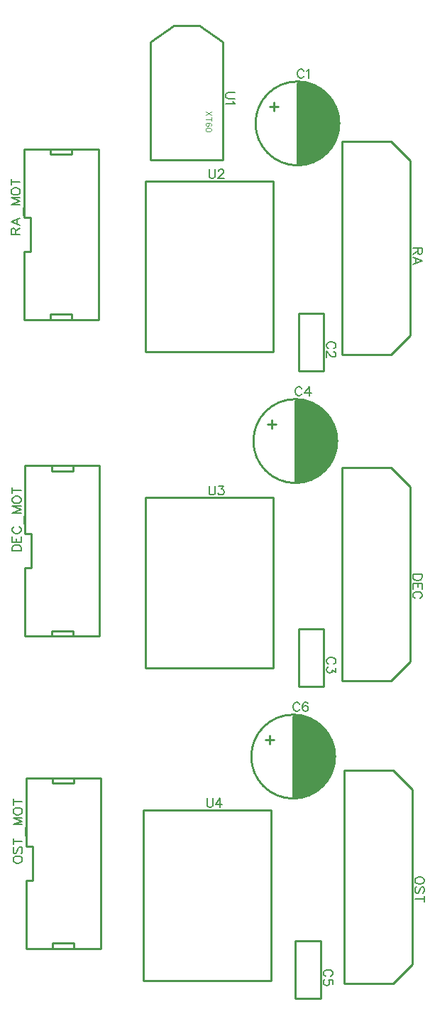
<source format=gto>
G04 Layer: TopSilkscreenLayer*
G04 EasyEDA v6.5.5, 2022-06-01 21:54:51*
G04 4b561e4e07bb45b19b9d071735fb3a1a,c96cdaf6a0e44fa3bb1e134f2b5c86cb,10*
G04 Gerber Generator version 0.2*
G04 Scale: 100 percent, Rotated: No, Reflected: No *
G04 Dimensions in millimeters *
G04 leading zeros omitted , absolute positions ,4 integer and 5 decimal *
%FSLAX45Y45*%
%MOMM*%

%ADD10C,0.2540*%
%ADD22C,0.1524*%
%ADD23C,0.1000*%

%LPD*%
D22*
X5474208Y8056371D02*
G01*
X5484622Y8061705D01*
X5495036Y8072120D01*
X5500115Y8082279D01*
X5500115Y8103108D01*
X5495036Y8113521D01*
X5484622Y8123936D01*
X5474208Y8129270D01*
X5458459Y8134350D01*
X5432552Y8134350D01*
X5417058Y8129270D01*
X5406643Y8123936D01*
X5396229Y8113521D01*
X5391150Y8103108D01*
X5391150Y8082279D01*
X5396229Y8072120D01*
X5406643Y8061705D01*
X5417058Y8056371D01*
X5474208Y8017002D02*
G01*
X5479288Y8017002D01*
X5489702Y8011668D01*
X5495036Y8006587D01*
X5500115Y7996173D01*
X5500115Y7975345D01*
X5495036Y7964931D01*
X5489702Y7959852D01*
X5479288Y7954518D01*
X5468874Y7954518D01*
X5458459Y7959852D01*
X5442965Y7970265D01*
X5391150Y8022081D01*
X5391150Y7949437D01*
X5474208Y4297171D02*
G01*
X5484622Y4302505D01*
X5495036Y4312920D01*
X5500115Y4323079D01*
X5500115Y4343907D01*
X5495036Y4354321D01*
X5484622Y4364736D01*
X5474208Y4370070D01*
X5458459Y4375150D01*
X5432552Y4375150D01*
X5417058Y4370070D01*
X5406643Y4364736D01*
X5396229Y4354321D01*
X5391150Y4343907D01*
X5391150Y4323079D01*
X5396229Y4312920D01*
X5406643Y4302505D01*
X5417058Y4297171D01*
X5500115Y4252468D02*
G01*
X5500115Y4195318D01*
X5458459Y4226560D01*
X5458459Y4211065D01*
X5453379Y4200652D01*
X5448300Y4195318D01*
X5432552Y4190237D01*
X5422138Y4190237D01*
X5406643Y4195318D01*
X5396229Y4205731D01*
X5391150Y4221479D01*
X5391150Y4236973D01*
X5396229Y4252468D01*
X5401309Y4257802D01*
X5411724Y4262881D01*
X5436108Y576071D02*
G01*
X5446522Y581405D01*
X5456936Y591820D01*
X5462015Y601979D01*
X5462015Y622807D01*
X5456936Y633221D01*
X5446522Y643636D01*
X5436108Y648970D01*
X5420359Y654050D01*
X5394452Y654050D01*
X5378958Y648970D01*
X5368543Y643636D01*
X5358129Y633221D01*
X5353050Y622807D01*
X5353050Y601979D01*
X5358129Y591820D01*
X5368543Y581405D01*
X5378958Y576071D01*
X5462015Y479552D02*
G01*
X5462015Y531368D01*
X5415279Y536702D01*
X5420359Y531368D01*
X5425693Y515873D01*
X5425693Y500379D01*
X5420359Y484631D01*
X5410200Y474218D01*
X5394452Y469137D01*
X5384038Y469137D01*
X5368543Y474218D01*
X5358129Y484631D01*
X5353050Y500379D01*
X5353050Y515873D01*
X5358129Y531368D01*
X5363209Y536702D01*
X5373624Y541781D01*
X4293615Y11106150D02*
G01*
X4215638Y11106150D01*
X4200143Y11101070D01*
X4189729Y11090655D01*
X4184650Y11074908D01*
X4184650Y11064494D01*
X4189729Y11049000D01*
X4200143Y11038586D01*
X4215638Y11033505D01*
X4293615Y11033505D01*
X4272788Y10999215D02*
G01*
X4278122Y10988802D01*
X4293615Y10973054D01*
X4184650Y10973054D01*
D23*
X4013200Y10877550D02*
G01*
X3946397Y10833100D01*
X4013200Y10833100D02*
G01*
X3946397Y10877550D01*
X4013200Y10789665D02*
G01*
X3946397Y10789665D01*
X4013200Y10812018D02*
G01*
X4013200Y10767568D01*
X4003802Y10708386D02*
G01*
X4010152Y10711434D01*
X4013200Y10721086D01*
X4013200Y10727436D01*
X4010152Y10736834D01*
X4000500Y10743184D01*
X3984752Y10746486D01*
X3968750Y10746486D01*
X3956050Y10743184D01*
X3949700Y10736834D01*
X3946397Y10727436D01*
X3946397Y10724134D01*
X3949700Y10714736D01*
X3956050Y10708386D01*
X3965447Y10705084D01*
X3968750Y10705084D01*
X3978402Y10708386D01*
X3984752Y10714736D01*
X3987800Y10724134D01*
X3987800Y10727436D01*
X3984752Y10736834D01*
X3978402Y10743184D01*
X3968750Y10746486D01*
X4013200Y10664952D02*
G01*
X4010152Y10674604D01*
X4000500Y10680954D01*
X3984752Y10684002D01*
X3975100Y10684002D01*
X3959097Y10680954D01*
X3949700Y10674604D01*
X3946397Y10664952D01*
X3946397Y10658602D01*
X3949700Y10649204D01*
X3959097Y10642854D01*
X3975100Y10639552D01*
X3984752Y10639552D01*
X4000500Y10642854D01*
X4010152Y10649204D01*
X4013200Y10658602D01*
X4013200Y10664952D01*
D22*
X1624584Y9417050D02*
G01*
X1733550Y9417050D01*
X1624584Y9417050D02*
G01*
X1624584Y9463786D01*
X1629663Y9479279D01*
X1634997Y9484613D01*
X1645412Y9489694D01*
X1655826Y9489694D01*
X1666239Y9484613D01*
X1671320Y9479279D01*
X1676400Y9463786D01*
X1676400Y9417050D01*
X1676400Y9453371D02*
G01*
X1733550Y9489694D01*
X1624584Y9565639D02*
G01*
X1733550Y9523984D01*
X1624584Y9565639D02*
G01*
X1733550Y9607295D01*
X1697228Y9539731D02*
G01*
X1697228Y9591547D01*
X1770126Y9641586D02*
G01*
X1770126Y9735058D01*
X1624584Y9769347D02*
G01*
X1733550Y9769347D01*
X1624584Y9769347D02*
G01*
X1733550Y9810750D01*
X1624584Y9852405D02*
G01*
X1733550Y9810750D01*
X1624584Y9852405D02*
G01*
X1733550Y9852405D01*
X1624584Y9917937D02*
G01*
X1629663Y9907524D01*
X1640078Y9897110D01*
X1650492Y9892029D01*
X1666239Y9886695D01*
X1692147Y9886695D01*
X1707642Y9892029D01*
X1718055Y9897110D01*
X1728470Y9907524D01*
X1733550Y9917937D01*
X1733550Y9938765D01*
X1728470Y9949179D01*
X1718055Y9959339D01*
X1707642Y9964674D01*
X1692147Y9969754D01*
X1666239Y9969754D01*
X1650492Y9964674D01*
X1640078Y9959339D01*
X1629663Y9949179D01*
X1624584Y9938765D01*
X1624584Y9917937D01*
X1624584Y10040620D02*
G01*
X1733550Y10040620D01*
X1624584Y10004044D02*
G01*
X1624584Y10076942D01*
X1637284Y5645150D02*
G01*
X1746250Y5645150D01*
X1637284Y5645150D02*
G01*
X1637284Y5681471D01*
X1642363Y5697220D01*
X1652778Y5707379D01*
X1663192Y5712713D01*
X1678939Y5717794D01*
X1704847Y5717794D01*
X1720342Y5712713D01*
X1730755Y5707379D01*
X1741170Y5697220D01*
X1746250Y5681471D01*
X1746250Y5645150D01*
X1637284Y5752084D02*
G01*
X1746250Y5752084D01*
X1637284Y5752084D02*
G01*
X1637284Y5819647D01*
X1689100Y5752084D02*
G01*
X1689100Y5793739D01*
X1746250Y5752084D02*
G01*
X1746250Y5819647D01*
X1663192Y5931915D02*
G01*
X1652778Y5926836D01*
X1642363Y5916421D01*
X1637284Y5906007D01*
X1637284Y5885179D01*
X1642363Y5874765D01*
X1652778Y5864352D01*
X1663192Y5859271D01*
X1678939Y5853937D01*
X1704847Y5853937D01*
X1720342Y5859271D01*
X1730755Y5864352D01*
X1741170Y5874765D01*
X1746250Y5885179D01*
X1746250Y5906007D01*
X1741170Y5916421D01*
X1730755Y5926836D01*
X1720342Y5931915D01*
X1782826Y5966205D02*
G01*
X1782826Y6059678D01*
X1637284Y6093968D02*
G01*
X1746250Y6093968D01*
X1637284Y6093968D02*
G01*
X1746250Y6135623D01*
X1637284Y6177279D02*
G01*
X1746250Y6135623D01*
X1637284Y6177279D02*
G01*
X1746250Y6177279D01*
X1637284Y6242557D02*
G01*
X1642363Y6232144D01*
X1652778Y6221729D01*
X1663192Y6216650D01*
X1678939Y6211570D01*
X1704847Y6211570D01*
X1720342Y6216650D01*
X1730755Y6221729D01*
X1741170Y6232144D01*
X1746250Y6242557D01*
X1746250Y6263386D01*
X1741170Y6273800D01*
X1730755Y6284213D01*
X1720342Y6289294D01*
X1704847Y6294628D01*
X1678939Y6294628D01*
X1663192Y6289294D01*
X1652778Y6284213D01*
X1642363Y6273800D01*
X1637284Y6263386D01*
X1637284Y6242557D01*
X1637284Y6365239D02*
G01*
X1746250Y6365239D01*
X1637284Y6328918D02*
G01*
X1637284Y6401562D01*
X1649984Y1955292D02*
G01*
X1655063Y1944878D01*
X1665478Y1934463D01*
X1675892Y1929129D01*
X1691639Y1924050D01*
X1717547Y1924050D01*
X1733042Y1929129D01*
X1743455Y1934463D01*
X1753870Y1944878D01*
X1758950Y1955292D01*
X1758950Y1976120D01*
X1753870Y1986279D01*
X1743455Y1996694D01*
X1733042Y2002028D01*
X1717547Y2007107D01*
X1691639Y2007107D01*
X1675892Y2002028D01*
X1665478Y1996694D01*
X1655063Y1986279D01*
X1649984Y1976120D01*
X1649984Y1955292D01*
X1665478Y2114295D02*
G01*
X1655063Y2103881D01*
X1649984Y2088134D01*
X1649984Y2067560D01*
X1655063Y2051812D01*
X1665478Y2041397D01*
X1675892Y2041397D01*
X1686305Y2046731D01*
X1691639Y2051812D01*
X1696720Y2062226D01*
X1707134Y2093468D01*
X1712213Y2103881D01*
X1717547Y2108962D01*
X1727962Y2114295D01*
X1743455Y2114295D01*
X1753870Y2103881D01*
X1758950Y2088134D01*
X1758950Y2067560D01*
X1753870Y2051812D01*
X1743455Y2041397D01*
X1649984Y2184907D02*
G01*
X1758950Y2184907D01*
X1649984Y2148586D02*
G01*
X1649984Y2221229D01*
X1795526Y2255520D02*
G01*
X1795526Y2348992D01*
X1649984Y2383281D02*
G01*
X1758950Y2383281D01*
X1649984Y2383281D02*
G01*
X1758950Y2424937D01*
X1649984Y2466339D02*
G01*
X1758950Y2424937D01*
X1649984Y2466339D02*
G01*
X1758950Y2466339D01*
X1649984Y2531871D02*
G01*
X1655063Y2521457D01*
X1665478Y2511044D01*
X1675892Y2505963D01*
X1691639Y2500629D01*
X1717547Y2500629D01*
X1733042Y2505963D01*
X1743455Y2511044D01*
X1753870Y2521457D01*
X1758950Y2531871D01*
X1758950Y2552700D01*
X1753870Y2563113D01*
X1743455Y2573528D01*
X1733042Y2578607D01*
X1717547Y2583942D01*
X1691639Y2583942D01*
X1675892Y2578607D01*
X1665478Y2573528D01*
X1655063Y2563113D01*
X1649984Y2552700D01*
X1649984Y2531871D01*
X1649984Y2654554D02*
G01*
X1758950Y2654554D01*
X1649984Y2618231D02*
G01*
X1649984Y2690876D01*
X3987800Y10192765D02*
G01*
X3987800Y10114787D01*
X3992879Y10099294D01*
X4003293Y10088879D01*
X4019041Y10083800D01*
X4029456Y10083800D01*
X4044950Y10088879D01*
X4055363Y10099294D01*
X4060443Y10114787D01*
X4060443Y10192765D01*
X4100068Y10166858D02*
G01*
X4100068Y10171937D01*
X4105147Y10182352D01*
X4110481Y10187686D01*
X4120895Y10192765D01*
X4141470Y10192765D01*
X4151884Y10187686D01*
X4157218Y10182352D01*
X4162297Y10171937D01*
X4162297Y10161524D01*
X4157218Y10151110D01*
X4146804Y10135615D01*
X4094734Y10083800D01*
X4167631Y10083800D01*
X3987800Y6420865D02*
G01*
X3987800Y6342887D01*
X3992879Y6327394D01*
X4003293Y6316979D01*
X4019041Y6311900D01*
X4029456Y6311900D01*
X4044950Y6316979D01*
X4055363Y6327394D01*
X4060443Y6342887D01*
X4060443Y6420865D01*
X4105147Y6420865D02*
G01*
X4162297Y6420865D01*
X4131309Y6379210D01*
X4146804Y6379210D01*
X4157218Y6374129D01*
X4162297Y6369050D01*
X4167631Y6353302D01*
X4167631Y6342887D01*
X4162297Y6327394D01*
X4151884Y6316979D01*
X4136390Y6311900D01*
X4120895Y6311900D01*
X4105147Y6316979D01*
X4100068Y6322060D01*
X4094734Y6332473D01*
X3962400Y2699765D02*
G01*
X3962400Y2621787D01*
X3967479Y2606294D01*
X3977893Y2595879D01*
X3993641Y2590800D01*
X4004056Y2590800D01*
X4019550Y2595879D01*
X4029963Y2606294D01*
X4035043Y2621787D01*
X4035043Y2699765D01*
X4121404Y2699765D02*
G01*
X4069334Y2627121D01*
X4147311Y2627121D01*
X4121404Y2699765D02*
G01*
X4121404Y2590800D01*
X6528815Y9251950D02*
G01*
X6419850Y9251950D01*
X6528815Y9251950D02*
G01*
X6528815Y9205213D01*
X6523736Y9189720D01*
X6518402Y9184386D01*
X6507988Y9179305D01*
X6497574Y9179305D01*
X6487159Y9184386D01*
X6482079Y9189720D01*
X6477000Y9205213D01*
X6477000Y9251950D01*
X6477000Y9215628D02*
G01*
X6419850Y9179305D01*
X6528815Y9103360D02*
G01*
X6419850Y9145015D01*
X6528815Y9103360D02*
G01*
X6419850Y9061704D01*
X6456172Y9129268D02*
G01*
X6456172Y9077452D01*
X6528815Y5365750D02*
G01*
X6419850Y5365750D01*
X6528815Y5365750D02*
G01*
X6528815Y5329428D01*
X6523736Y5313679D01*
X6513322Y5303520D01*
X6502908Y5298186D01*
X6487159Y5293105D01*
X6461252Y5293105D01*
X6445758Y5298186D01*
X6435343Y5303520D01*
X6424929Y5313679D01*
X6419850Y5329428D01*
X6419850Y5365750D01*
X6528815Y5258815D02*
G01*
X6419850Y5258815D01*
X6528815Y5258815D02*
G01*
X6528815Y5191252D01*
X6477000Y5258815D02*
G01*
X6477000Y5217160D01*
X6419850Y5258815D02*
G01*
X6419850Y5191252D01*
X6502908Y5078984D02*
G01*
X6513322Y5084063D01*
X6523736Y5094478D01*
X6528815Y5104892D01*
X6528815Y5125720D01*
X6523736Y5136134D01*
X6513322Y5146547D01*
X6502908Y5151628D01*
X6487159Y5156962D01*
X6461252Y5156962D01*
X6445758Y5151628D01*
X6435343Y5146547D01*
X6424929Y5136134D01*
X6419850Y5125720D01*
X6419850Y5104892D01*
X6424929Y5094478D01*
X6435343Y5084063D01*
X6445758Y5078984D01*
X6554215Y1727707D02*
G01*
X6549136Y1738121D01*
X6538722Y1748536D01*
X6528308Y1753870D01*
X6512559Y1758950D01*
X6486652Y1758950D01*
X6471158Y1753870D01*
X6460743Y1748536D01*
X6450329Y1738121D01*
X6445250Y1727707D01*
X6445250Y1706879D01*
X6450329Y1696720D01*
X6460743Y1686305D01*
X6471158Y1680971D01*
X6486652Y1675892D01*
X6512559Y1675892D01*
X6528308Y1680971D01*
X6538722Y1686305D01*
X6549136Y1696720D01*
X6554215Y1706879D01*
X6554215Y1727707D01*
X6538722Y1568704D02*
G01*
X6549136Y1579118D01*
X6554215Y1594865D01*
X6554215Y1615439D01*
X6549136Y1631187D01*
X6538722Y1641602D01*
X6528308Y1641602D01*
X6517893Y1636268D01*
X6512559Y1631187D01*
X6507479Y1620773D01*
X6497065Y1589531D01*
X6491986Y1579118D01*
X6486652Y1574037D01*
X6476238Y1568704D01*
X6460743Y1568704D01*
X6450329Y1579118D01*
X6445250Y1594865D01*
X6445250Y1615439D01*
X6450329Y1631187D01*
X6460743Y1641602D01*
X6554215Y1498092D02*
G01*
X6445250Y1498092D01*
X6554215Y1534413D02*
G01*
X6554215Y1461770D01*
X5119877Y11360658D02*
G01*
X5114543Y11371071D01*
X5104129Y11381486D01*
X5093970Y11386565D01*
X5073141Y11386565D01*
X5062727Y11381486D01*
X5052313Y11371071D01*
X5046979Y11360658D01*
X5041900Y11344910D01*
X5041900Y11319002D01*
X5046979Y11303508D01*
X5052313Y11293094D01*
X5062727Y11282679D01*
X5073141Y11277600D01*
X5093970Y11277600D01*
X5104129Y11282679D01*
X5114543Y11293094D01*
X5119877Y11303508D01*
X5154168Y11365737D02*
G01*
X5164581Y11371071D01*
X5180075Y11386565D01*
X5180075Y11277600D01*
X5094477Y7576058D02*
G01*
X5089143Y7586471D01*
X5078729Y7596886D01*
X5068570Y7601965D01*
X5047741Y7601965D01*
X5037327Y7596886D01*
X5026913Y7586471D01*
X5021579Y7576058D01*
X5016500Y7560310D01*
X5016500Y7534402D01*
X5021579Y7518908D01*
X5026913Y7508494D01*
X5037327Y7498079D01*
X5047741Y7493000D01*
X5068570Y7493000D01*
X5078729Y7498079D01*
X5089143Y7508494D01*
X5094477Y7518908D01*
X5180584Y7601965D02*
G01*
X5128768Y7529321D01*
X5206745Y7529321D01*
X5180584Y7601965D02*
G01*
X5180584Y7493000D01*
X5069077Y3816857D02*
G01*
X5063743Y3827271D01*
X5053329Y3837686D01*
X5043170Y3842765D01*
X5022341Y3842765D01*
X5011927Y3837686D01*
X5001513Y3827271D01*
X4996179Y3816857D01*
X4991100Y3801110D01*
X4991100Y3775202D01*
X4996179Y3759707D01*
X5001513Y3749294D01*
X5011927Y3738879D01*
X5022341Y3733800D01*
X5043170Y3733800D01*
X5053329Y3738879D01*
X5063743Y3749294D01*
X5069077Y3759707D01*
X5165597Y3827271D02*
G01*
X5160518Y3837686D01*
X5144770Y3842765D01*
X5134609Y3842765D01*
X5118861Y3837686D01*
X5108447Y3821937D01*
X5103368Y3796029D01*
X5103368Y3770121D01*
X5108447Y3749294D01*
X5118861Y3738879D01*
X5134609Y3733800D01*
X5139690Y3733800D01*
X5155184Y3738879D01*
X5165597Y3749294D01*
X5170931Y3764787D01*
X5170931Y3770121D01*
X5165597Y3785615D01*
X5155184Y3796029D01*
X5139690Y3801110D01*
X5134609Y3801110D01*
X5118861Y3796029D01*
X5108447Y3785615D01*
X5103368Y3770121D01*
G36*
X5041900Y11245850D02*
G01*
X5041900Y10229850D01*
X5067300Y10229850D01*
X5168900Y10255250D01*
X5295900Y10306050D01*
X5473700Y10483850D01*
X5524500Y10610850D01*
X5549900Y10712450D01*
X5524500Y10839450D01*
X5473700Y10991850D01*
X5372100Y11118850D01*
X5219700Y11195050D01*
G37*
G36*
X5016500Y7461250D02*
G01*
X5016500Y6445250D01*
X5041900Y6445250D01*
X5143500Y6470650D01*
X5270500Y6521450D01*
X5448300Y6699250D01*
X5499100Y6826250D01*
X5524500Y6927850D01*
X5499100Y7054850D01*
X5448300Y7207250D01*
X5346700Y7334250D01*
X5194300Y7410450D01*
G37*
G36*
X4991100Y3702050D02*
G01*
X4991100Y2686050D01*
X5016500Y2686050D01*
X5118100Y2711450D01*
X5245100Y2762250D01*
X5422900Y2940050D01*
X5473700Y3067050D01*
X5499100Y3168650D01*
X5473700Y3295650D01*
X5422900Y3448050D01*
X5321300Y3575050D01*
X5168900Y3651250D01*
G37*
D10*
X5356986Y8477250D02*
G01*
X5356986Y7791450D01*
X5056987Y7791450D01*
X5056987Y8477250D01*
X5356986Y8477250D01*
X5356986Y4718050D02*
G01*
X5356986Y4032250D01*
X5056987Y4032250D01*
X5056987Y4718050D01*
X5356986Y4718050D01*
X5318886Y996950D02*
G01*
X5318886Y311150D01*
X5018887Y311150D01*
X5018887Y996950D01*
X5318886Y996950D01*
X4151096Y11706148D02*
G01*
X4151096Y10306151D01*
X4151096Y10306151D02*
G01*
X3291103Y10306151D01*
X3291103Y10306151D02*
G01*
X3291103Y11706148D01*
X3291103Y11706148D02*
G01*
X3571087Y11906148D01*
X3571087Y11906148D02*
G01*
X3871086Y11906148D01*
X4151096Y11706148D02*
G01*
X3871086Y11906148D01*
X2349500Y10433050D02*
G01*
X2349500Y10369651D01*
X2095500Y10369651D01*
X2095500Y10433050D01*
X2095500Y8401050D02*
G01*
X2095500Y8464448D01*
X2349500Y8464448D01*
X2349500Y8401050D01*
X1778000Y9213850D02*
G01*
X1778000Y8401050D01*
X2667000Y8401050D01*
X2667000Y10433050D01*
X1778000Y10433050D01*
X1778000Y9620250D01*
X1854200Y9620250D01*
X1854200Y9213850D01*
X1778000Y9213850D01*
X2362200Y6661150D02*
G01*
X2362200Y6597751D01*
X2108200Y6597751D01*
X2108200Y6661150D01*
X2108200Y4629150D02*
G01*
X2108200Y4692548D01*
X2362200Y4692548D01*
X2362200Y4629150D01*
X1790700Y5441950D02*
G01*
X1790700Y4629150D01*
X2679700Y4629150D01*
X2679700Y6661150D01*
X1790700Y6661150D01*
X1790700Y5848350D01*
X1866900Y5848350D01*
X1866900Y5441950D01*
X1790700Y5441950D01*
X2374900Y2940050D02*
G01*
X2374900Y2876651D01*
X2120900Y2876651D01*
X2120900Y2940050D01*
X2120900Y908050D02*
G01*
X2120900Y971448D01*
X2374900Y971448D01*
X2374900Y908050D01*
X1803400Y1720850D02*
G01*
X1803400Y908050D01*
X2692400Y908050D01*
X2692400Y2940050D01*
X1803400Y2940050D01*
X1803400Y2127250D01*
X1879600Y2127250D01*
X1879600Y1720850D01*
X1803400Y1720850D01*
X3225800Y10052050D02*
G01*
X4749800Y10052050D01*
X4749800Y8020050D01*
X3225800Y8020050D01*
X3225800Y10052050D01*
X3225800Y6280150D02*
G01*
X4749800Y6280150D01*
X4749800Y4248150D01*
X3225800Y4248150D01*
X3225800Y6280150D01*
X3200400Y2559050D02*
G01*
X4724400Y2559050D01*
X4724400Y527050D01*
X3200400Y527050D01*
X3200400Y2559050D01*
X5575300Y7981950D02*
G01*
X5575300Y10521950D01*
X6159500Y10521950D01*
X6388100Y10293350D01*
X6388100Y8210550D01*
X6159500Y7981950D01*
X5575300Y7981950D01*
X5575300Y4095750D02*
G01*
X5575300Y6635750D01*
X6159500Y6635750D01*
X6388100Y6407150D01*
X6388100Y4324350D01*
X6159500Y4095750D01*
X5575300Y4095750D01*
X5600700Y488950D02*
G01*
X5600700Y3028950D01*
X6184900Y3028950D01*
X6413500Y2800350D01*
X6413500Y717550D01*
X6184900Y488950D01*
X5600700Y488950D01*
X5041900Y11220450D02*
G01*
X5041900Y10255250D01*
X4711700Y10941050D02*
G01*
X4813300Y10941050D01*
X4762500Y10991850D02*
G01*
X4762500Y10890250D01*
X5016500Y7435850D02*
G01*
X5016500Y6470650D01*
X4686300Y7156450D02*
G01*
X4787900Y7156450D01*
X4737100Y7207250D02*
G01*
X4737100Y7105650D01*
X4991100Y3676650D02*
G01*
X4991100Y2711450D01*
X4660900Y3397250D02*
G01*
X4762500Y3397250D01*
X4711700Y3448050D02*
G01*
X4711700Y3346450D01*
G75*
G01
X5541772Y10737850D02*
G03X5541772Y10737850I-499872J0D01*
G75*
G01
X5516372Y6953250D02*
G03X5516372Y6953250I-499872J0D01*
G75*
G01
X5490972Y3194050D02*
G03X5490972Y3194050I-499872J0D01*
M02*

</source>
